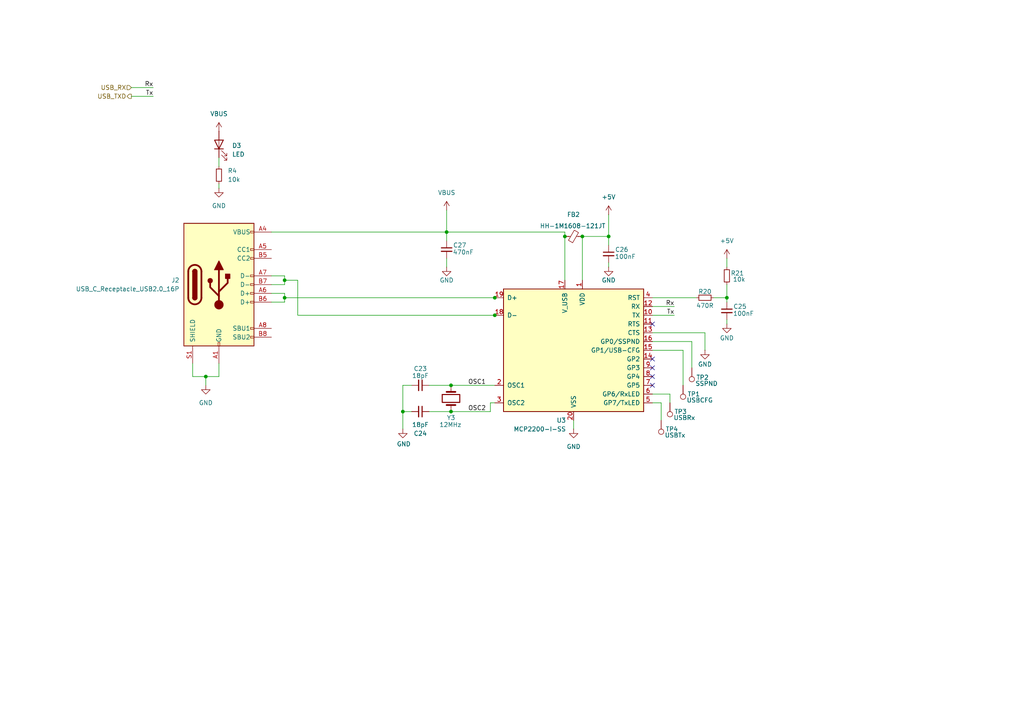
<source format=kicad_sch>
(kicad_sch (version 20250114) (generator "eeschema") (generator_version "9.0")
  (paper "A4")
  (title_block (title "USB INTERFACE") (date "2025-02-21") (rev "0.1") (company "HUNTER INC."))
  (lib_symbols
    (symbol "Connector:TestPoint" (pin_numbers (hide yes)) (pin_names (offset 0.762) (hide yes))
      (property "Reference" "TP" (at 0 6.858 0))
      (property "Value" "TestPoint" (at 0 5.08 0))
      (symbol "TestPoint_0_1"
        (circle (center 0 3.302) (radius 0.762))
      )
      (symbol "TestPoint_1_1"
        (pin passive line (at 0 0 90) (length 2.54) (name "1") (number "1"))
      )
    )
    (symbol "Connector:USB_C_Receptacle_USB2.0_16P" (pin_names (offset 1.016))
      (property "Reference" "J" (at 0 22.225 0))
      (property "Value" "USB_C_Receptacle_USB2.0_16P" (at 0 19.685 0))
      (symbol "USB_C_Receptacle_USB2.0_16P_0_0"
        (rectangle (start -0.254 -17.78) (end 0.254 -16.764))
        (rectangle (start 10.16 15.494) (end 9.144 14.986))
        (rectangle (start 10.16 10.414) (end 9.144 9.906))
        (rectangle (start 10.16 7.874) (end 9.144 7.366))
        (rectangle (start 10.16 2.794) (end 9.144 2.286))
        (rectangle (start 10.16 0.254) (end 9.144 -0.254))
        (rectangle (start 10.16 -2.286) (end 9.144 -2.794))
        (rectangle (start 10.16 -4.826) (end 9.144 -5.334))
        (rectangle (start 10.16 -12.446) (end 9.144 -12.954))
        (rectangle (start 10.16 -14.986) (end 9.144 -15.494))
      )
      (symbol "USB_C_Receptacle_USB2.0_16P_0_1"
        (rectangle (start -10.16 17.78) (end 10.16 -17.78) (stroke (width 0.254)) (fill (type background)))
        (polyline (pts (xy -8.89 -3.81) (xy -8.89 3.81)) (stroke (width 0.508)))
        (rectangle (start -7.62 -3.81) (end -6.35 3.81) (stroke (width 0.254)) (fill (type outline)))
        (arc (start -7.62 3.81) (mid -6.985 4.4423) (end -6.35 3.81) (stroke (width 0.254)))
        (arc (start -7.62 3.81) (mid -6.985 4.4423) (end -6.35 3.81) (stroke (width 0.254)) (fill (type outline)))
        (arc (start -8.89 3.81) (mid -6.985 5.7067) (end -5.08 3.81) (stroke (width 0.508)))
        (arc (start -5.08 -3.81) (mid -6.985 -5.7067) (end -8.89 -3.81) (stroke (width 0.508)))
        (arc (start -6.35 -3.81) (mid -6.985 -4.4423) (end -7.62 -3.81) (stroke (width 0.254)))
        (arc (start -6.35 -3.81) (mid -6.985 -4.4423) (end -7.62 -3.81) (stroke (width 0.254)) (fill (type outline)))
        (polyline (pts (xy -5.08 3.81) (xy -5.08 -3.81)) (stroke (width 0.508)))
        (circle (center -2.54 1.143) (radius 0.635) (stroke (width 0.254)) (fill (type outline)))
        (polyline (pts (xy -1.27 4.318) (xy 0 6.858) (xy 1.27 4.318) (xy -1.27 4.318)) (stroke (width 0.254)) (fill (type outline)))
        (polyline (pts (xy 0 -2.032) (xy 2.54 0.508) (xy 2.54 1.778)) (stroke (width 0.508)))
        (polyline (pts (xy 0 -3.302) (xy -2.54 -0.762) (xy -2.54 0.508)) (stroke (width 0.508)))
        (polyline (pts (xy 0 -5.842) (xy 0 4.318)) (stroke (width 0.508)))
        (circle (center 0 -5.842) (radius 1.27) (fill (type outline)))
        (rectangle (start 1.905 1.778) (end 3.175 3.048) (stroke (width 0.254)) (fill (type outline)))
      )
      (symbol "USB_C_Receptacle_USB2.0_16P_1_1"
        (pin passive line (at -7.62 -22.86 90) (length 5.08) (name "SHIELD") (number "S1"))
        (pin passive line (at 0 -22.86 90) (length 5.08) (name "GND") (number "A1"))
        (pin passive line (at 0 -22.86 90) (length 5.08) (hide yes) (name "GND") (number "A12"))
        (pin passive line (at 0 -22.86 90) (length 5.08) (hide yes) (name "GND") (number "B1"))
        (pin passive line (at 0 -22.86 90) (length 5.08) (hide yes) (name "GND") (number "B12"))
        (pin passive line (at 15.24 15.24 180) (length 5.08) (name "VBUS") (number "A4"))
        (pin passive line (at 15.24 15.24 180) (length 5.08) (hide yes) (name "VBUS") (number "A9"))
        (pin passive line (at 15.24 15.24 180) (length 5.08) (hide yes) (name "VBUS") (number "B4"))
        (pin passive line (at 15.24 15.24 180) (length 5.08) (hide yes) (name "VBUS") (number "B9"))
        (pin bidirectional line (at 15.24 10.16 180) (length 5.08) (name "CC1") (number "A5"))
        (pin bidirectional line (at 15.24 7.62 180) (length 5.08) (name "CC2") (number "B5"))
        (pin bidirectional line (at 15.24 2.54 180) (length 5.08) (name "D-") (number "A7"))
        (pin bidirectional line (at 15.24 0 180) (length 5.08) (name "D-") (number "B7"))
        (pin bidirectional line (at 15.24 -2.54 180) (length 5.08) (name "D+") (number "A6"))
        (pin bidirectional line (at 15.24 -5.08 180) (length 5.08) (name "D+") (number "B6"))
        (pin bidirectional line (at 15.24 -12.7 180) (length 5.08) (name "SBU1") (number "A8"))
        (pin bidirectional line (at 15.24 -15.24 180) (length 5.08) (name "SBU2") (number "B8"))
      )
    )
    (symbol "Device:C_Small" (pin_numbers (hide yes)) (pin_names (offset 0.254) (hide yes))
      (property "Reference" "C" (at 0.254 1.778 0))
      (property "Value" "C_Small" (at 0.254 -2.032 0))
      (symbol "C_Small_0_1"
        (polyline (pts (xy -1.524 0.508) (xy 1.524 0.508)) (stroke (width 0.3048)))
        (polyline (pts (xy -1.524 -0.508) (xy 1.524 -0.508)) (stroke (width 0.3302)))
      )
      (symbol "C_Small_1_1"
        (pin passive line (at 0 2.54 270) (length 2.032) (name "~") (number "1"))
        (pin passive line (at 0 -2.54 90) (length 2.032) (name "~") (number "2"))
      )
    )
    (symbol "Device:Crystal" (pin_numbers (hide yes)) (pin_names (offset 1.016) (hide yes))
      (property "Reference" "Y" (at 0 3.81 0))
      (property "Value" "Crystal" (at 0 -3.81 0))
      (symbol "Crystal_0_1"
        (polyline (pts (xy -2.54 0) (xy -1.905 0)))
        (polyline (pts (xy -1.905 -1.27) (xy -1.905 1.27)) (stroke (width 0.508)))
        (rectangle (start -1.143 2.54) (end 1.143 -2.54) (stroke (width 0.3048)))
        (polyline (pts (xy 1.905 -1.27) (xy 1.905 1.27)) (stroke (width 0.508)))
        (polyline (pts (xy 2.54 0) (xy 1.905 0)))
      )
      (symbol "Crystal_1_1"
        (pin passive line (at -3.81 0 0) (length 1.27) (name "1") (number "1"))
        (pin passive line (at 3.81 0 180) (length 1.27) (name "2") (number "2"))
      )
    )
    (symbol "Device:FerriteBead_Small" (pin_numbers (hide yes)) (pin_names (offset 0))
      (property "Reference" "FB" (at 1.905 1.27 0))
      (property "Value" "FerriteBead_Small" (at 1.905 -1.27 0))
      (symbol "FerriteBead_Small_0_1"
        (polyline (pts (xy -1.8288 0.2794) (xy -1.1176 1.4986) (xy 1.8288 -0.2032) (xy 1.1176 -1.4224) (xy -1.8288 0.2794)))
        (polyline (pts (xy 0 0.889) (xy 0 1.2954)))
        (polyline (pts (xy 0 -1.27) (xy 0 -0.7874)))
      )
      (symbol "FerriteBead_Small_1_1"
        (pin passive line (at 0 2.54 270) (length 1.27) (name "~") (number "1"))
        (pin passive line (at 0 -2.54 90) (length 1.27) (name "~") (number "2"))
      )
    )
    (symbol "Device:LED" (pin_numbers (hide yes)) (pin_names (offset 1.016) (hide yes))
      (property "Reference" "D" (at 0 2.54 0))
      (property "Value" "LED" (at 0 -2.54 0))
      (symbol "LED_0_1"
        (polyline (pts (xy -3.048 -0.762) (xy -4.572 -2.286) (xy -3.81 -2.286) (xy -4.572 -2.286) (xy -4.572 -1.524)))
        (polyline (pts (xy -1.778 -0.762) (xy -3.302 -2.286) (xy -2.54 -2.286) (xy -3.302 -2.286) (xy -3.302 -1.524)))
        (polyline (pts (xy -1.27 0) (xy 1.27 0)))
        (polyline (pts (xy -1.27 -1.27) (xy -1.27 1.27)) (stroke (width 0.254)))
        (polyline (pts (xy 1.27 -1.27) (xy 1.27 1.27) (xy -1.27 0) (xy 1.27 -1.27)) (stroke (width 0.254)))
      )
      (symbol "LED_1_1"
        (pin passive line (at -3.81 0 0) (length 2.54) (name "K") (number "1"))
        (pin passive line (at 3.81 0 180) (length 2.54) (name "A") (number "2"))
      )
    )
    (symbol "Device:R_Small" (pin_numbers (hide yes)) (pin_names (offset 0.254) (hide yes))
      (property "Reference" "R" (at 0.762 0.508 0))
      (property "Value" "R_Small" (at 0.762 -1.016 0))
      (symbol "R_Small_0_1"
        (rectangle (start -0.762 1.778) (end 0.762 -1.778) (stroke (width 0.2032)))
      )
      (symbol "R_Small_1_1"
        (pin passive line (at 0 2.54 270) (length 0.762) (name "~") (number "1"))
        (pin passive line (at 0 -2.54 90) (length 0.762) (name "~") (number "2"))
      )
    )
    (symbol "Interface_USB:MCP2200-I-SS" (pin_names (offset 1.016))
      (property "Reference" "U" (at -20.32 -19.05 0))
      (property "Value" "MCP2200-I-SS" (at -20.32 19.05 0))
      (symbol "MCP2200-I-SS_0_1"
        (rectangle (start -20.32 17.78) (end 20.32 -17.78) (stroke (width 0.254)) (fill (type background)))
      )
      (symbol "MCP2200-I-SS_1_1"
        (pin input line (at -22.86 15.24 0) (length 2.54) (name "RST") (number "4"))
        (pin input line (at -22.86 12.7 0) (length 2.54) (name "RX") (number "12"))
        (pin output line (at -22.86 10.16 0) (length 2.54) (name "TX") (number "10"))
        (pin output line (at -22.86 7.62 0) (length 2.54) (name "RTS") (number "11"))
        (pin input line (at -22.86 5.08 0) (length 2.54) (name "CTS") (number "13"))
        (pin bidirectional line (at -22.86 2.54 0) (length 2.54) (name "GP0/SSPND") (number "16"))
        (pin bidirectional line (at -22.86 0 0) (length 2.54) (name "GP1/USB-CFG") (number "15"))
        (pin bidirectional line (at -22.86 -2.54 0) (length 2.54) (name "GP2") (number "14"))
        (pin bidirectional line (at -22.86 -5.08 0) (length 2.54) (name "GP3") (number "9"))
        (pin bidirectional line (at -22.86 -7.62 0) (length 2.54) (name "GP4") (number "8"))
        (pin bidirectional line (at -22.86 -10.16 0) (length 2.54) (name "GP5") (number "7"))
        (pin bidirectional line (at -22.86 -12.7 0) (length 2.54) (name "GP6/RxLED") (number "6"))
        (pin bidirectional line (at -22.86 -15.24 0) (length 2.54) (name "GP7/TxLED") (number "5"))
        (pin power_in line (at -2.54 20.32 270) (length 2.54) (name "VDD") (number "1"))
        (pin power_in line (at 0 -20.32 90) (length 2.54) (name "VSS") (number "20"))
        (pin power_in line (at 2.54 20.32 270) (length 2.54) (name "V_USB") (number "17"))
        (pin bidirectional line (at 22.86 15.24 180) (length 2.54) (name "D+") (number "19"))
        (pin bidirectional line (at 22.86 10.16 180) (length 2.54) (name "D-") (number "18"))
        (pin input line (at 22.86 -10.16 180) (length 2.54) (name "OSC1") (number "2"))
        (pin output line (at 22.86 -15.24 180) (length 2.54) (name "OSC2") (number "3"))
      )
    )
    (symbol "power:+5V" (power) (pin_numbers (hide yes)) (pin_names (offset 0) (hide yes))
      (property "Value" "+5V" (at 0 3.556 0))
      (symbol "+5V_0_1"
        (polyline (pts (xy -0.762 1.27) (xy 0 2.54)))
        (polyline (pts (xy 0 2.54) (xy 0.762 1.27)))
        (polyline (pts (xy 0 0) (xy 0 2.54)))
      )
      (symbol "+5V_1_1"
        (pin power_in line (at 0 0 90) (length 0) (name "~") (number "1"))
      )
    )
    (symbol "power:GND" (power) (pin_numbers (hide yes)) (pin_names (offset 0) (hide yes))
      (property "Value" "GND" (at 0 -3.81 0))
      (symbol "GND_0_1"
        (polyline (pts (xy 0 0) (xy 0 -1.27) (xy 1.27 -1.27) (xy 0 -2.54) (xy -1.27 -1.27) (xy 0 -1.27)))
      )
      (symbol "GND_1_1"
        (pin power_in line (at 0 0 270) (length 0) (name "~") (number "1"))
      )
    )
    (symbol "power:VBUS" (power) (pin_numbers (hide yes)) (pin_names (offset 0) (hide yes))
      (property "Value" "VBUS" (at 0 3.556 0))
      (symbol "VBUS_0_1"
        (polyline (pts (xy -0.762 1.27) (xy 0 2.54)))
        (polyline (pts (xy 0 2.54) (xy 0.762 1.27)))
        (polyline (pts (xy 0 0) (xy 0 2.54)))
      )
      (symbol "VBUS_1_1"
        (pin power_in line (at 0 0 90) (length 0) (name "~") (number "1"))
      )
    )
  )
  (junction (at 59.69 109.22))
  (junction (at 163.83 68.58))
  (junction (at 210.82 86.36))
  (junction (at 116.84 119.38))
  (junction (at 82.55 86.36))
  (junction (at 176.53 68.58))
  (junction (at 143.51 86.36))
  (junction (at 130.81 111.76))
  (junction (at 129.54 67.31))
  (junction (at 143.51 91.44))
  (junction (at 168.91 68.58))
  (junction (at 82.55 81.28))
  (junction (at 130.81 119.38))
  (no_connect (at 189.23 93.98))
  (no_connect (at 189.23 109.22))
  (no_connect (at 189.23 106.68))
  (no_connect (at 189.23 111.76))
  (no_connect (at 189.23 104.14))
  (wire (pts (xy 86.36 81.28) (xy 86.36 91.44)))
  (wire (pts (xy 82.55 80.01) (xy 82.55 81.28)))
  (wire (pts (xy 144.78 91.44) (xy 143.51 91.44)))
  (wire (pts (xy 82.55 86.36) (xy 143.51 86.36)))
  (wire (pts (xy 38.1 27.94) (xy 44.45 27.94)))
  (wire (pts (xy 176.53 76.2) (xy 176.53 77.47)))
  (wire (pts (xy 198.12 101.6) (xy 189.23 101.6)))
  (wire (pts (xy 82.55 81.28) (xy 86.36 81.28)))
  (wire (pts (xy 191.77 116.84) (xy 191.77 121.92)))
  (wire (pts (xy 63.5 105.41) (xy 63.5 109.22)))
  (wire (pts (xy 55.88 109.22) (xy 59.69 109.22)))
  (wire (pts (xy 198.12 101.6) (xy 198.12 111.76)))
  (wire (pts (xy 129.54 67.31) (xy 163.83 67.31)))
  (wire (pts (xy 63.5 53.34) (xy 63.5 54.61)))
  (wire (pts (xy 168.91 68.58) (xy 176.53 68.58)))
  (wire (pts (xy 142.24 116.84) (xy 142.24 119.38)))
  (wire (pts (xy 116.84 111.76) (xy 116.84 119.38)))
  (wire (pts (xy 82.55 85.09) (xy 78.74 85.09)))
  (wire (pts (xy 129.54 74.93) (xy 129.54 77.47)))
  (wire (pts (xy 130.81 111.76) (xy 143.51 111.76)))
  (wire (pts (xy 130.81 119.38) (xy 124.46 119.38)))
  (wire (pts (xy 78.74 87.63) (xy 82.55 87.63)))
  (wire (pts (xy 82.55 82.55) (xy 82.55 81.28)))
  (wire (pts (xy 129.54 67.31) (xy 129.54 60.96)))
  (wire (pts (xy 59.69 109.22) (xy 63.5 109.22)))
  (wire (pts (xy 210.82 82.55) (xy 210.82 86.36)))
  (wire (pts (xy 38.1 25.4) (xy 44.45 25.4)))
  (wire (pts (xy 189.23 88.9) (xy 195.58 88.9)))
  (wire (pts (xy 210.82 92.71) (xy 210.82 93.98)))
  (wire (pts (xy 176.53 62.23) (xy 176.53 68.58)))
  (wire (pts (xy 82.55 87.63) (xy 82.55 86.36)))
  (wire (pts (xy 78.74 67.31) (xy 129.54 67.31)))
  (wire (pts (xy 119.38 111.76) (xy 116.84 111.76)))
  (wire (pts (xy 210.82 86.36) (xy 210.82 87.63)))
  (wire (pts (xy 166.37 121.92) (xy 166.37 124.46)))
  (wire (pts (xy 189.23 99.06) (xy 200.66 99.06)))
  (wire (pts (xy 78.74 82.55) (xy 82.55 82.55)))
  (wire (pts (xy 86.36 91.44) (xy 143.51 91.44)))
  (wire (pts (xy 143.51 116.84) (xy 142.24 116.84)))
  (wire (pts (xy 189.23 91.44) (xy 195.58 91.44)))
  (wire (pts (xy 63.5 45.72) (xy 63.5 48.26)))
  (wire (pts (xy 119.38 119.38) (xy 116.84 119.38)))
  (wire (pts (xy 130.81 111.76) (xy 124.46 111.76)))
  (wire (pts (xy 163.83 67.31) (xy 163.83 68.58)))
  (wire (pts (xy 189.23 96.52) (xy 204.47 96.52)))
  (wire (pts (xy 116.84 124.46) (xy 116.84 119.38)))
  (wire (pts (xy 168.91 68.58) (xy 168.91 81.28)))
  (wire (pts (xy 207.01 86.36) (xy 210.82 86.36)))
  (wire (pts (xy 189.23 116.84) (xy 191.77 116.84)))
  (wire (pts (xy 55.88 105.41) (xy 55.88 109.22)))
  (wire (pts (xy 200.66 99.06) (xy 200.66 106.68)))
  (wire (pts (xy 189.23 86.36) (xy 201.93 86.36)))
  (wire (pts (xy 144.78 86.36) (xy 143.51 86.36)))
  (wire (pts (xy 163.83 68.58) (xy 163.83 81.28)))
  (wire (pts (xy 210.82 74.93) (xy 210.82 77.47)))
  (wire (pts (xy 204.47 96.52) (xy 204.47 101.6)))
  (wire (pts (xy 129.54 69.85) (xy 129.54 67.31)))
  (wire (pts (xy 59.69 109.22) (xy 59.69 111.76)))
  (wire (pts (xy 78.74 80.01) (xy 82.55 80.01)))
  (wire (pts (xy 82.55 85.09) (xy 82.55 86.36)))
  (wire (pts (xy 130.81 119.38) (xy 142.24 119.38)))
  (wire (pts (xy 176.53 68.58) (xy 176.53 71.12)))
  (wire (pts (xy 194.31 114.3) (xy 189.23 114.3)))
  (wire (pts (xy 194.31 116.84) (xy 194.31 114.3)))
  (label "Tx" (at 195.58 91.44 180))
  (label "OSC1" (at 140.97 111.76 180))
  (label "Rx" (at 44.45 25.4 180))
  (label "Tx" (at 44.45 27.94 180))
  (label "OSC2" (at 140.97 119.38 180))
  (label "Rx" (at 195.58 88.9 180))
  (hierarchical_label "USB_TXD" (shape output) (at 38.1 27.94 180))
  (hierarchical_label "USB_RX" (shape input) (at 38.1 25.4 180))
  (symbol (lib_id "power:VBUS") (at 129.54 60.96 0) (unit 1)
    (property "Reference" "#PWR04" (effects (hide yes)))
    (property "Value" "VBUS" (at 129.54 55.88 0))
    (property "Description" "Power symbol creates a global label with name \"VBUS\"" (effects (hide yes)))
  )
  (symbol (lib_id "Interface_USB:MCP2200-I-SS") (at 166.37 101.6 0) (mirror y) (unit 1)
    (property "Reference" "U3" (at 164.1759 121.92 0) (effects (justify left)))
    (property "Value" "MCP2200-I-SS" (at 164.1759 124.46 0) (effects (justify left)))
    (property "Footprint" "Package_SO:SSOP-20_5.3x7.2mm_P0.65mm" (effects (hide yes)))
    (property "Datasheet" "http://ww1.microchip.com/downloads/en/DeviceDoc/200022228D.pdf" (effects (hide yes)))
    (property "Description" "USB 2.0 to UART Protocol Converter with GPIO, SSOP-20" (effects (hide yes)))
  )
  (symbol (lib_id "Device:R_Small") (at 204.47 86.36 90) (unit 1)
    (property "Reference" "R20" (at 204.47 84.582 90))
    (property "Value" "470R" (at 204.47 88.646 90))
    (property "Footprint" "Resistor_SMD:R_0603_1608Metric" (effects (hide yes)))
    (property "Description" "Resistor, small symbol" (effects (hide yes)))
  )
  (symbol (lib_id "Device:C_Small") (at 210.82 90.17 0) (unit 1)
    (property "Reference" "C25" (at 214.63 88.9 0))
    (property "Value" "100nF" (at 215.646 90.932 0))
    (property "Footprint" "Capacitor_SMD:C_0603_1608Metric" (effects (hide yes)))
    (property "Description" "Unpolarized capacitor, small symbol" (effects (hide yes)))
  )
  (symbol (lib_id "Connector:TestPoint") (at 194.31 116.84 180) (unit 1)
    (property "Reference" "TP3" (at 195.58 119.38 0) (effects (justify right)))
    (property "Value" "USBRx" (at 195.326 121.158 0) (effects (justify right)))
    (property "Footprint" "TestPoint:TestPoint_Pad_1.0x1.0mm" (effects (hide yes)))
    (property "Description" "test point" (effects (hide yes)))
  )
  (symbol (lib_id "Device:LED") (at 63.5 41.91 90) (unit 1)
    (property "Reference" "D3" (at 67.31 42.2274 90) (effects (justify right)))
    (property "Value" "LED" (at 67.31 44.7674 90) (effects (justify right)))
    (property "Footprint" "LED_SMD:LED_0603_1608Metric" (effects (hide yes)))
    (property "Description" "Light emitting diode" (effects (hide yes)))
  )
  (symbol (lib_id "Device:R_Small") (at 63.5 50.8 180) (unit 1)
    (property "Reference" "R4" (at 66.04 49.5299 0) (effects (justify right)))
    (property "Value" "10k" (at 66.04 52.0699 0) (effects (justify right)))
    (property "Footprint" "Resistor_SMD:R_0603_1608Metric" (effects (hide yes)))
    (property "Description" "Resistor, small symbol" (effects (hide yes)))
  )
  (symbol (lib_id "Connector:TestPoint") (at 200.66 106.68 180) (unit 1)
    (property "Reference" "TP2" (at 201.93 109.474 0) (effects (justify right)))
    (property "Value" "SSPND" (at 201.676 111.252 0) (effects (justify right)))
    (property "Footprint" "TestPoint:TestPoint_Pad_1.0x1.0mm" (effects (hide yes)))
    (property "Description" "test point" (effects (hide yes)))
  )
  (symbol (lib_id "Connector:TestPoint") (at 191.77 121.92 180) (unit 1)
    (property "Reference" "TP4" (at 193.04 124.46 0) (effects (justify right)))
    (property "Value" "USBTx" (at 192.786 126.238 0) (effects (justify right)))
    (property "Footprint" "TestPoint:TestPoint_Pad_1.0x1.0mm" (effects (hide yes)))
    (property "Description" "test point" (effects (hide yes)))
  )
  (symbol (lib_id "power:GND") (at 59.69 111.76 0) (unit 1)
    (property "Reference" "#PWR029" (effects (hide yes)))
    (property "Value" "GND" (at 59.69 116.84 0))
    (property "Description" "Power symbol creates a global label with name \"GND\" , ground" (effects (hide yes)))
  )
  (symbol (lib_id "power:GND") (at 204.47 101.6 0) (unit 1)
    (property "Reference" "#PWR034" (effects (hide yes)))
    (property "Value" "GND" (at 204.47 105.664 0))
    (property "Description" "Power symbol creates a global label with name \"GND\" , ground" (effects (hide yes)))
  )
  (symbol (lib_id "power:GND") (at 63.5 54.61 0) (unit 1)
    (property "Reference" "#PWR06" (effects (hide yes)))
    (property "Value" "GND" (at 63.5 59.69 0))
    (property "Description" "Power symbol creates a global label with name \"GND\" , ground" (effects (hide yes)))
  )
  (symbol (lib_id "power:GND") (at 116.84 124.46 0) (unit 1)
    (property "Reference" "#PWR028" (effects (hide yes)))
    (property "Value" "GND" (at 115.062 128.778 0) (effects (justify left)))
    (property "Description" "Power symbol creates a global label with name \"GND\" , ground" (effects (hide yes)))
  )
  (symbol (lib_id "power:+5V") (at 210.82 74.93 0) (unit 1)
    (property "Reference" "#PWR031" (effects (hide yes)))
    (property "Value" "+5V" (at 210.82 69.85 0))
    (property "Description" "Power symbol creates a global label with name \"+5V\"" (effects (hide yes)))
  )
  (symbol (lib_id "power:GND") (at 176.53 77.47 0) (unit 1)
    (property "Reference" "#PWR032" (effects (hide yes)))
    (property "Value" "GND" (at 176.53 81.28 0))
    (property "Description" "Power symbol creates a global label with name \"GND\" , ground" (effects (hide yes)))
  )
  (symbol (lib_id "power:GND") (at 166.37 124.46 0) (unit 1)
    (property "Reference" "#PWR014" (effects (hide yes)))
    (property "Value" "GND" (at 166.37 129.54 0))
    (property "Description" "Power symbol creates a global label with name \"GND\" , ground" (effects (hide yes)))
  )
  (symbol (lib_id "power:GND") (at 210.82 93.98 0) (unit 1)
    (property "Reference" "#PWR030" (effects (hide yes)))
    (property "Value" "GND" (at 210.82 98.044 0))
    (property "Description" "Power symbol creates a global label with name \"GND\" , ground" (effects (hide yes)))
  )
  (symbol (lib_id "Device:C_Small") (at 121.92 119.38 270) (unit 1)
    (property "Reference" "C24" (at 121.9137 125.73 90))
    (property "Value" "18pF" (at 121.9137 123.19 90))
    (property "Footprint" "Capacitor_SMD:C_0603_1608Metric" (effects (hide yes)))
    (property "Description" "Unpolarized capacitor, small symbol" (effects (hide yes)))
  )
  (symbol (lib_id "Device:R_Small") (at 210.82 80.01 180) (unit 1)
    (property "Reference" "R21" (at 213.868 79.248 0))
    (property "Value" "10k" (at 214.376 81.026 0))
    (property "Footprint" "Resistor_SMD:R_0603_1608Metric" (effects (hide yes)))
    (property "Description" "Resistor, small symbol" (effects (hide yes)))
  )
  (symbol (lib_id "Device:Crystal") (at 130.81 115.57 270) (unit 1)
    (property "Reference" "Y3" (at 132.08 121.158 90) (effects (justify right)))
    (property "Value" "12MHz" (at 133.858 123.19 90) (effects (justify right)))
    (property "Footprint" "Crystal:Crystal_SMD_2012-2Pin_2.0x1.2mm" (effects (hide yes)))
    (property "Description" "Two pin crystal" (effects (hide yes)))
  )
  (symbol (lib_id "Device:FerriteBead_Small") (at 166.37 68.58 90) (unit 1)
    (property "Reference" "FB2" (at 166.3319 62.23 90))
    (property "Value" "HH-1M1608-121JT" (at 166.116 65.532 90))
    (property "Footprint" "Inductor_SMD:L_0603_1608Metric" (effects (hide yes)))
    (property "Description" "Ferrite bead, small symbol" (effects (hide yes)))
  )
  (symbol (lib_id "Connector:TestPoint") (at 198.12 111.76 180) (unit 1)
    (property "Reference" "TP1" (at 199.39 114.3 0) (effects (justify right)))
    (property "Value" "USBCFG" (at 199.136 116.078 0) (effects (justify right)))
    (property "Footprint" "TestPoint:TestPoint_Pad_1.0x1.0mm" (effects (hide yes)))
    (property "Description" "test point" (effects (hide yes)))
  )
  (symbol (lib_id "power:VBUS") (at 63.5 38.1 0) (unit 1)
    (property "Reference" "#PWR09" (effects (hide yes)))
    (property "Value" "VBUS" (at 63.5 33.02 0))
    (property "Description" "Power symbol creates a global label with name \"VBUS\"" (effects (hide yes)))
  )
  (symbol (lib_id "Connector:USB_C_Receptacle_USB2.0_16P") (at 63.5 82.55 0) (unit 1)
    (property "Reference" "J2" (at 52.07 81.2799 0) (effects (justify right)))
    (property "Value" "USB_C_Receptacle_USB2.0_16P" (at 52.07 83.8199 0) (effects (justify right)))
    (property "Footprint" "Connector_USB:USB_C_Receptacle_Amphenol_124019772112A" (effects (hide yes)))
    (property "Datasheet" "https://www.usb.org/sites/default/files/documents/usb_type-c.zip" (effects (hide yes)))
    (property "Description" "USB 2.0-only 16P Type-C Receptacle connector" (effects (hide yes)))
  )
  (symbol (lib_id "power:GND") (at 129.54 77.47 0) (unit 1)
    (property "Reference" "#PWR033" (effects (hide yes)))
    (property "Value" "GND" (at 129.54 81.28 0))
    (property "Description" "Power symbol creates a global label with name \"GND\" , ground" (effects (hide yes)))
  )
  (symbol (lib_id "Device:C_Small") (at 176.53 73.66 0) (unit 1)
    (property "Reference" "C26" (at 180.34 72.39 0))
    (property "Value" "100nF" (at 181.356 74.422 0))
    (property "Footprint" "Capacitor_SMD:C_0603_1608Metric" (effects (hide yes)))
    (property "Description" "Unpolarized capacitor, small symbol" (effects (hide yes)))
  )
  (symbol (lib_id "power:+5V") (at 176.53 62.23 0) (unit 1)
    (property "Reference" "#PWR013" (effects (hide yes)))
    (property "Value" "+5V" (at 176.53 57.15 0))
    (property "Description" "Power symbol creates a global label with name \"+5V\"" (effects (hide yes)))
  )
  (symbol (lib_id "Device:C_Small") (at 129.54 72.39 0) (unit 1)
    (property "Reference" "C27" (at 133.35 71.12 0))
    (property "Value" "470nF" (at 134.366 73.152 0))
    (property "Footprint" "Capacitor_SMD:C_0603_1608Metric" (effects (hide yes)))
    (property "Description" "Unpolarized capacitor, small symbol" (effects (hide yes)))
  )
  (symbol (lib_id "Device:C_Small") (at 121.92 111.76 270) (unit 1)
    (property "Reference" "C23" (at 121.92 106.934 90))
    (property "Value" "18pF" (at 121.92 108.966 90))
    (property "Footprint" "Capacitor_SMD:C_0603_1608Metric" (effects (hide yes)))
    (property "Description" "Unpolarized capacitor, small symbol" (effects (hide yes)))
  )
)
</source>
